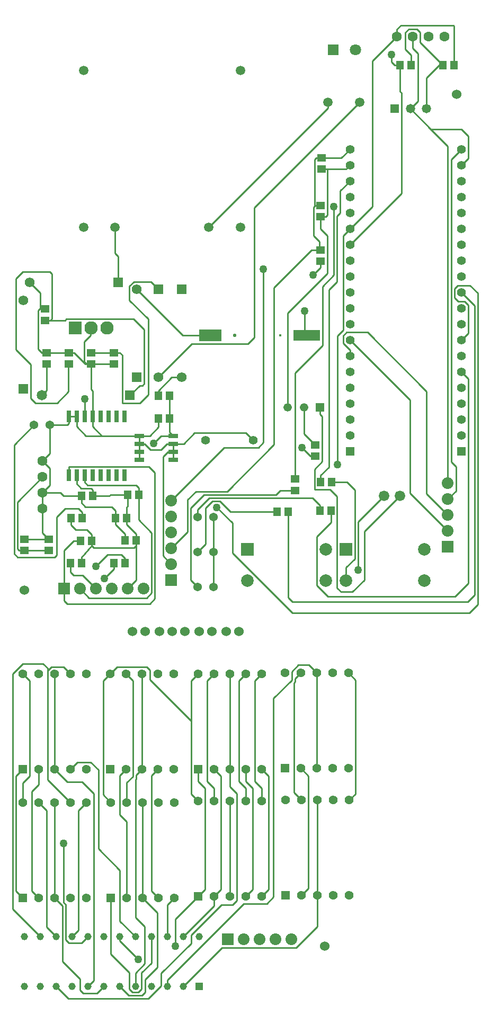
<source format=gbr>
%TF.GenerationSoftware,Altium Limited,Altium Designer,24.3.1 (35)*%
G04 Layer_Physical_Order=1*
G04 Layer_Color=255*
%FSLAX25Y25*%
%MOIN*%
%TF.SameCoordinates,1C50E6C9-DA4A-4B26-87AC-B265A0C711DB*%
%TF.FilePolarity,Positive*%
%TF.FileFunction,Copper,L1,Top,Signal*%
%TF.Part,Single*%
G01*
G75*
%TA.AperFunction,SMDPad,CuDef*%
%ADD10R,0.05709X0.04528*%
%ADD11R,0.04528X0.05709*%
%ADD12R,0.13858X0.07362*%
%ADD13R,0.17008X0.07165*%
%ADD14R,0.05906X0.02559*%
%ADD15R,0.02559X0.07579*%
%TA.AperFunction,Conductor*%
%ADD16C,0.01000*%
%TA.AperFunction,ComponentPad*%
%ADD17R,0.04567X0.04567*%
%ADD18C,0.04567*%
%ADD19R,0.05610X0.05610*%
%ADD20C,0.05610*%
%TA.AperFunction,WasherPad*%
%ADD21C,0.06000*%
%TA.AperFunction,ComponentPad*%
%ADD22C,0.07382*%
%ADD23R,0.07382X0.07382*%
%ADD24R,0.07382X0.07382*%
%ADD25R,0.05248X0.05248*%
%ADD26C,0.05248*%
%ADD27C,0.05543*%
%ADD28C,0.05800*%
%ADD29R,0.05800X0.05800*%
%ADD30C,0.06614*%
%ADD31C,0.06319*%
%ADD32R,0.05543X0.05543*%
%ADD33R,0.07874X0.07874*%
%ADD34C,0.07874*%
%ADD35C,0.05374*%
%ADD36C,0.02284*%
%ADD37C,0.01772*%
%ADD38C,0.06201*%
%ADD39R,0.06201X0.06201*%
%ADD40R,0.06496X0.06496*%
%ADD41C,0.06496*%
%ADD42C,0.08386*%
%ADD43R,0.08386X0.08386*%
%ADD44R,0.06201X0.06201*%
%ADD45C,0.05906*%
%ADD46C,0.07087*%
%ADD47R,0.07087X0.07087*%
%TA.AperFunction,ViaPad*%
%ADD48C,0.05000*%
D10*
X55000Y411543D02*
D03*
Y404457D02*
D03*
X199500Y476043D02*
D03*
Y468957D02*
D03*
X199970Y526957D02*
D03*
Y534043D02*
D03*
X199500Y496957D02*
D03*
Y504043D02*
D03*
X196000Y346500D02*
D03*
Y353587D02*
D03*
X183500Y332000D02*
D03*
Y324913D02*
D03*
X13000Y286957D02*
D03*
Y294043D02*
D03*
X28500Y286957D02*
D03*
Y294043D02*
D03*
X41007Y411543D02*
D03*
Y404457D02*
D03*
X26099Y439000D02*
D03*
Y431913D02*
D03*
X69500Y404457D02*
D03*
Y411543D02*
D03*
X27000D02*
D03*
Y404457D02*
D03*
D11*
X256543Y592500D02*
D03*
X249457D02*
D03*
X276457D02*
D03*
X283543D02*
D03*
X76500Y279000D02*
D03*
X69413D02*
D03*
X206087Y312000D02*
D03*
X199000D02*
D03*
X206543Y330000D02*
D03*
X199457D02*
D03*
X179043Y311500D02*
D03*
X171957D02*
D03*
X77543Y307500D02*
D03*
X70457D02*
D03*
X49543D02*
D03*
X42457D02*
D03*
X55500Y292993D02*
D03*
X48413D02*
D03*
X77957Y322000D02*
D03*
X85043D02*
D03*
X83543Y293500D02*
D03*
X76457D02*
D03*
X49043Y279000D02*
D03*
X41957D02*
D03*
X48957Y321500D02*
D03*
X56043D02*
D03*
X97457Y370000D02*
D03*
X104543D02*
D03*
X97457Y384310D02*
D03*
X104543D02*
D03*
D12*
X130166Y422500D02*
D03*
D13*
X190639D02*
D03*
D14*
X85370Y359275D02*
D03*
Y354275D02*
D03*
Y349275D02*
D03*
Y344275D02*
D03*
X106630D02*
D03*
Y349275D02*
D03*
Y354275D02*
D03*
Y359275D02*
D03*
D15*
X41076Y371551D02*
D03*
X46076D02*
D03*
X51076D02*
D03*
X56076D02*
D03*
X61076D02*
D03*
X66076D02*
D03*
X71076D02*
D03*
X76076D02*
D03*
Y334449D02*
D03*
X71076D02*
D03*
X66076D02*
D03*
X61076D02*
D03*
X56076D02*
D03*
X51076D02*
D03*
X46076D02*
D03*
X41076D02*
D03*
D16*
X244000Y594600D02*
X246100Y592500D01*
X244000Y594600D02*
Y599000D01*
X246100Y592500D02*
X249457D01*
X210000Y341000D02*
Y422072D01*
X213700Y425772D01*
X44400Y411543D02*
X51487Y404457D01*
X50600Y405857D02*
X52000Y404457D01*
X108000Y38000D02*
Y55000D01*
X198900Y476043D02*
Y481300D01*
X195600Y504043D02*
X196143D01*
X198900Y476043D02*
X199500D01*
X193643D02*
X198900D01*
X29413Y431913D02*
X38613D01*
X40900Y387100D02*
Y404457D01*
X83543Y268543D02*
Y290000D01*
X268800Y552200D02*
X279500Y541500D01*
X256000Y565000D02*
X268800Y552200D01*
X203900Y526957D02*
X215457D01*
X54800Y422600D02*
Y427000D01*
X51487Y404457D02*
X52000D01*
X61801Y359275D02*
X85370D01*
X51801D02*
X61801D01*
X23000Y439000D02*
Y449216D01*
X189300Y422500D02*
Y437700D01*
X27600Y211500D02*
Y213000D01*
Y142900D02*
Y211500D01*
X118100Y179800D02*
Y205100D01*
X274000Y592500D02*
X276457D01*
X266000Y584500D02*
X274000Y592500D01*
X266000Y565000D02*
Y584500D01*
X199970Y534043D02*
X212543D01*
X218000Y539500D01*
X105500Y288500D02*
X115813Y298813D01*
Y319064D01*
X120949Y324200D01*
X140600D01*
X170100Y353700D01*
Y452500D01*
X193643Y476043D01*
X279500Y319345D02*
X284700Y324545D01*
Y339800D01*
X281728Y342772D02*
X284700Y339800D01*
X281728Y342772D02*
Y533228D01*
X288000Y539500D01*
X63313Y269500D02*
X69413Y275600D01*
Y279000D01*
X104543Y361361D02*
Y370000D01*
Y361361D02*
X106630Y359275D01*
X49043Y282700D02*
X55500Y290000D01*
X49043Y279000D02*
Y282700D01*
X78000Y263000D02*
X83543Y268543D01*
X288000Y529500D02*
X292300Y533800D01*
Y547900D01*
X288000Y552200D02*
X292300Y547900D01*
X268800Y552200D02*
X288000D01*
X257500Y603100D02*
Y610500D01*
Y603100D02*
X260800Y599800D01*
Y569800D02*
Y599800D01*
X256000Y565000D02*
X260800Y569800D01*
X215457Y526957D02*
X218000Y529500D01*
X199500Y489400D02*
Y496957D01*
Y489400D02*
X203900Y485000D01*
Y461600D02*
Y485000D01*
X178764Y436464D02*
X203900Y461600D01*
X178764Y377000D02*
Y436464D01*
X106630Y354275D02*
X113300D01*
X120225Y361200D01*
X152261D01*
X156961Y356500D01*
X23000Y439000D02*
X26099D01*
X22700D02*
X23000D01*
X21700Y438000D02*
X22700Y439000D01*
X21700Y413843D02*
Y438000D01*
Y413843D02*
X24000Y411543D01*
X27000D01*
X16500Y455716D02*
X23000Y449216D01*
X279500Y329345D02*
Y541500D01*
X103375Y349275D02*
X106630D01*
X100300Y346200D02*
X103375Y349275D01*
X100300Y283700D02*
Y346200D01*
Y283700D02*
X105500Y278500D01*
X29000Y348000D02*
Y366000D01*
X24500Y343500D02*
X29000Y348000D01*
X24500Y323500D02*
X29200Y328200D01*
Y338800D01*
X24500Y343500D02*
X29200Y338800D01*
X24500Y298043D02*
Y313500D01*
Y298043D02*
X28500Y294043D01*
X27000Y387700D02*
Y404457D01*
X24000Y384700D02*
X27000Y387700D01*
X157900Y502900D02*
X224000Y569000D01*
X157900Y421000D02*
Y502900D01*
X153900Y417000D02*
X157900Y421000D01*
X118512Y417000D02*
X153900D01*
X97500Y395988D02*
X118512Y417000D01*
X97457Y384310D02*
Y387557D01*
X105900Y396000D01*
X112000D01*
X49543Y307500D02*
Y311000D01*
X47243Y313300D02*
X49543Y311000D01*
X38600Y313300D02*
X47243D01*
X33300Y308000D02*
X38600Y313300D01*
X33300Y284000D02*
Y308000D01*
X32200Y282900D02*
X33300Y284000D01*
X8700Y282900D02*
X32200D01*
X6600Y285000D02*
X8700Y282900D01*
X6600Y285000D02*
Y353600D01*
X19000Y366000D01*
X113000Y12740D02*
X137360Y37100D01*
X184000D01*
X197500Y50600D01*
Y70000D01*
X103000Y12740D02*
Y16800D01*
X151100Y64900D01*
X165700D01*
X169800Y69000D01*
Y194095D01*
X181305Y205600D01*
Y210916D01*
X185390Y215000D01*
X192000D01*
X197000Y210000D01*
X83000Y12740D02*
Y21200D01*
X88800Y27000D01*
Y50300D01*
X83100Y56000D02*
X88800Y50300D01*
X83100Y56000D02*
Y142990D01*
X83305Y143195D01*
Y145805D01*
X87000Y149500D01*
X87500Y68500D02*
X96800Y59200D01*
Y24837D02*
Y59200D01*
X89150Y17187D02*
X96800Y24837D01*
X89150Y9000D02*
Y17187D01*
X87107Y6957D02*
X89150Y9000D01*
X78784Y6957D02*
X87107D01*
X73000Y12740D02*
X78784Y6957D01*
X58860Y8600D02*
X63000Y12740D01*
X50000Y8600D02*
X58860D01*
X48000Y10600D02*
X50000Y8600D01*
X48000Y10600D02*
Y17600D01*
X37216Y28384D02*
X48000Y17600D01*
X37216Y28384D02*
Y63284D01*
X32000Y68500D02*
X37216Y63284D01*
X33000Y12740D02*
X40784Y4957D01*
X91157D01*
X99200Y13000D01*
Y21100D01*
X118000Y39900D01*
Y45000D01*
X137000Y64000D01*
X144000D01*
X146900Y66900D01*
Y134000D01*
X142500Y138400D02*
X146900Y134000D01*
X142500Y138400D02*
Y149500D01*
X152500Y129500D02*
Y137300D01*
X148100Y141700D02*
X152500Y137300D01*
X148100Y141700D02*
Y205100D01*
X152500Y209500D01*
X27000Y50000D02*
X33000Y44000D01*
X27000Y50000D02*
Y123500D01*
X22000Y128500D02*
X27000Y123500D01*
X132500Y129500D02*
Y137300D01*
X128100Y141700D02*
X132500Y137300D01*
X128100Y141700D02*
Y205100D01*
X132500Y209500D01*
X43000Y44000D02*
X47000Y48000D01*
Y123500D01*
X52000Y128500D01*
X162500Y129500D02*
Y137300D01*
X158100Y141700D02*
X162500Y137300D01*
X158100Y141700D02*
Y205100D01*
X162500Y209500D01*
X62600Y133400D02*
X67500Y128500D01*
X62600Y133400D02*
Y205100D01*
X67000Y209500D01*
X49200Y40200D02*
X53000Y44000D01*
X41000Y40200D02*
X49200D01*
X39216Y41984D02*
X41000Y40200D01*
X39216Y41984D02*
Y64195D01*
X37600Y65811D02*
X39216Y64195D01*
X37600Y65811D02*
Y102900D01*
X118100Y133900D02*
X122500Y129500D01*
X118100Y205100D02*
X122500Y209500D01*
X42000Y149500D02*
X46400Y153900D01*
X54800D01*
X59700Y149000D01*
Y99300D02*
Y149000D01*
Y99300D02*
X73100Y85900D01*
Y53900D02*
Y85900D01*
Y53900D02*
X83000Y44000D01*
X152500Y141700D02*
Y149500D01*
Y141700D02*
X156900Y137300D01*
Y73900D02*
Y137300D01*
X152500Y69500D02*
X156900Y73900D01*
X103000Y44000D02*
Y64000D01*
X107500Y68500D01*
X162500Y149500D02*
X166900Y145100D01*
Y73900D02*
Y145100D01*
X162500Y69500D02*
X166900Y73900D01*
X132500Y149500D02*
X136900Y145100D01*
Y73900D02*
Y145100D01*
X132500Y69500D02*
X136900Y73900D01*
X113000Y44000D02*
X132500Y63500D01*
Y69500D01*
X199500Y465000D02*
Y468957D01*
X194850Y460350D02*
X199500Y465000D01*
X85043Y306400D02*
Y322000D01*
Y306400D02*
X93200Y298243D01*
Y260300D02*
Y298243D01*
X90000Y257100D02*
X93200Y260300D01*
X53900Y257100D02*
X90000D01*
X48000Y263000D02*
X53900Y257100D01*
X213700Y425772D02*
Y485200D01*
X218000Y489500D01*
X232000Y503500D01*
Y595000D01*
X247500Y610500D01*
X249457Y575900D02*
Y592500D01*
Y575900D02*
X250400Y574957D01*
Y511900D02*
Y574957D01*
X218000Y479500D02*
X250400Y511900D01*
X134200Y314200D02*
X144000Y304400D01*
Y285600D02*
Y304400D01*
Y285600D02*
X181700Y247900D01*
X293200D01*
X298300Y253000D01*
Y449000D01*
X293500Y453800D02*
X298300Y449000D01*
X285900Y453800D02*
X293500D01*
X283728Y451628D02*
X285900Y453800D01*
X283728Y446072D02*
Y451628D01*
Y446072D02*
X286000Y443800D01*
X290000D01*
X292300Y441500D01*
Y423800D02*
Y441500D01*
X288000Y419500D02*
X292300Y423800D01*
X163500Y355000D02*
Y464200D01*
X160300Y351800D02*
X163500Y355000D01*
X138800Y351800D02*
X160300D01*
X105500Y318500D02*
X138800Y351800D01*
X255800Y323045D02*
X279500Y299345D01*
X255800Y323045D02*
Y381700D01*
X218000Y419500D02*
X255800Y381700D01*
X266200Y322645D02*
X279500Y309345D01*
X266200Y322645D02*
Y387200D01*
X229100Y424300D02*
X266200Y387200D01*
X215900Y424300D02*
X229100D01*
X213728Y422128D02*
X215900Y424300D01*
X213728Y417472D02*
Y422128D01*
Y417472D02*
X218000Y413200D01*
Y409500D02*
Y413200D01*
X76500Y279000D02*
Y282000D01*
X74000Y284500D02*
X76500Y282000D01*
X65500Y284500D02*
X74000D01*
X58000Y277000D02*
X65500Y284500D01*
X223100Y274800D02*
Y305100D01*
X239500Y321500D01*
X183500Y332000D02*
Y398800D01*
X200800Y416100D01*
Y453200D01*
X207900Y460300D01*
Y503500D01*
X189000Y360587D02*
Y377000D01*
Y360587D02*
X196000Y353587D01*
X199457Y330000D02*
Y334357D01*
X204700Y339600D01*
Y451000D01*
X209900Y456200D01*
Y497584D01*
X211900Y499584D01*
Y513400D01*
X218000Y519500D01*
X288000Y449500D02*
X296300Y441200D01*
Y259200D02*
Y441200D01*
X292000Y254900D02*
X296300Y259200D01*
X181700Y254900D02*
X292000D01*
X179043Y257557D02*
X181700Y254900D01*
X179043Y257557D02*
Y311500D01*
X142900D02*
X171957D01*
X136200Y318200D02*
X142900Y311500D01*
X131273Y318200D02*
X136200D01*
X127000Y313927D02*
X131273Y318200D01*
X127000Y291133D02*
Y313927D01*
X122000Y286133D02*
X127000Y291133D01*
X122000Y308000D02*
Y312927D01*
X129273Y320200D01*
X194300D01*
X199000Y315500D01*
Y312000D02*
Y315500D01*
X206543Y330000D02*
X216000D01*
X221000Y325000D01*
Y281900D02*
Y325000D01*
X215500Y276400D02*
X221000Y281900D01*
X215500Y268041D02*
Y276400D01*
X117813Y268453D02*
X122000Y264266D01*
X117813Y268453D02*
Y313940D01*
X126073Y322200D01*
X171387D01*
X174100Y324913D01*
X183500D01*
X94400Y354500D02*
X99175Y359275D01*
X106630D01*
X247500Y610500D02*
Y615100D01*
X250000Y617600D01*
X282943D01*
X283543Y617000D01*
Y592500D02*
Y617000D01*
X73000Y41500D02*
Y44000D01*
Y41500D02*
X84800Y29700D01*
X93000Y27558D02*
Y44000D01*
X86784Y21341D02*
X93000Y27558D01*
X86784Y11000D02*
Y21341D01*
X84740Y8957D02*
X86784Y11000D01*
X81243Y8957D02*
X84740D01*
X79200Y11000D02*
X81243Y8957D01*
X79200Y11000D02*
Y21400D01*
X67500Y33100D02*
X79200Y21400D01*
X67500Y33100D02*
Y68500D01*
X53000Y12740D02*
X56800Y16540D01*
Y134200D01*
X49547Y141453D02*
X56800Y134200D01*
X40047Y141453D02*
X49547D01*
X32000Y149500D02*
X40047Y141453D01*
X5600Y61400D02*
X23000Y44000D01*
X5600Y61400D02*
Y209400D01*
X12000Y215800D01*
X24800D01*
X27600Y213000D01*
X183305Y206305D02*
X187000Y210000D01*
X183305Y204400D02*
Y206305D01*
X182600Y203695D02*
X183305Y204400D01*
X182600Y134900D02*
Y203695D01*
Y134900D02*
X187500Y130000D01*
X129240Y490575D02*
X204000Y565335D01*
Y569000D01*
X79512Y384700D02*
X85712Y390900D01*
X87400D01*
X88500Y392000D01*
Y426054D01*
X81854Y432700D02*
X88500Y426054D01*
X39400Y432700D02*
X81854D01*
X38613Y431913D02*
X39400Y432700D01*
X92800Y456200D02*
X97500Y451500D01*
X82000Y456200D02*
X92800D01*
X79200Y453400D02*
X82000Y456200D01*
X79200Y444500D02*
Y453400D01*
Y444500D02*
X91000Y432700D01*
Y385000D02*
Y432700D01*
X85900Y379900D02*
X91000Y385000D01*
X74700Y379900D02*
X85900D01*
X74700D02*
Y410000D01*
X73157Y411543D02*
X74700Y410000D01*
X69500Y411543D02*
X73157D01*
X51076Y371551D02*
Y382400D01*
X26099Y431913D02*
X29413D01*
X30500Y433000D01*
Y461000D01*
X29200Y462300D02*
X30500Y461000D01*
X12000Y462300D02*
X29200D01*
X7800Y458100D02*
X12000Y462300D01*
X7800Y413400D02*
Y458100D01*
Y413400D02*
X17200Y404000D01*
Y382700D02*
Y404000D01*
Y382700D02*
X20000Y379900D01*
X33700D01*
X40900Y387100D01*
Y404457D02*
X41007D01*
X199236Y372664D02*
Y377000D01*
Y372664D02*
X200400Y371500D01*
Y343000D02*
Y371500D01*
X195600Y338200D02*
X200400Y343000D01*
X195600Y325600D02*
Y338200D01*
Y325600D02*
X205300D01*
X209900Y321000D01*
Y263600D02*
Y321000D01*
Y263600D02*
X212500Y261000D01*
X219500D01*
X227100Y268600D01*
Y299100D01*
X249500Y321500D01*
X206087Y304887D02*
Y312000D01*
X197100Y295900D02*
X206087Y304887D01*
X197100Y265000D02*
Y295900D01*
Y265000D02*
X204000Y258100D01*
X284000D01*
X292300Y266400D01*
Y395200D01*
X288000Y399500D02*
X292300Y395200D01*
X189300Y422500D02*
X190639D01*
X193000Y346500D02*
X196000D01*
X187800Y351700D02*
X193000Y346500D01*
X85043Y322000D02*
Y326500D01*
X83343Y328200D02*
X85043Y326500D01*
X52876Y328200D02*
X83343D01*
X51076Y330000D02*
X52876Y328200D01*
X51076Y330000D02*
Y334449D01*
X38000Y255600D02*
Y263000D01*
Y255600D02*
X40000Y253600D01*
X92000D01*
X95200Y256800D01*
Y336100D01*
X91500Y339800D02*
X95200Y336100D01*
X41076Y339800D02*
X91500D01*
X41076Y334449D02*
Y339800D01*
X108000Y55000D02*
X122500Y69500D01*
X102775Y354275D02*
X106630D01*
X99000Y350499D02*
X102775Y354275D01*
X92403Y350499D02*
X99000D01*
X88628Y354275D02*
X92403Y350499D01*
X85370Y354275D02*
X88628D01*
X56043Y321500D02*
Y325157D01*
X55000Y326200D02*
X56043Y325157D01*
X48876Y326200D02*
X55000D01*
X46076Y329000D02*
X48876Y326200D01*
X46076Y329000D02*
Y334449D01*
X55500Y290000D02*
Y292993D01*
Y290000D02*
X56800Y288700D01*
X82243D01*
X83543Y290000D01*
Y293500D01*
X17600Y72900D02*
X22000Y68500D01*
X17600Y72900D02*
Y135300D01*
X22000Y139700D01*
Y149500D01*
X73100Y145600D02*
X77000Y149500D01*
X73100Y120700D02*
Y145600D01*
Y120700D02*
X77500Y116300D01*
Y68500D02*
Y116300D01*
X187000Y150000D02*
X191900Y145100D01*
Y74400D02*
Y145100D01*
X187500Y70000D02*
X191900Y74400D01*
X7600Y145100D02*
X12000Y149500D01*
X7600Y72900D02*
Y145100D01*
Y72900D02*
X12000Y68500D01*
X93100Y145600D02*
X97000Y149500D01*
X93100Y72900D02*
Y145600D01*
Y72900D02*
X97500Y68500D01*
X122500Y141700D02*
Y149500D01*
Y141700D02*
X126900Y137300D01*
Y73900D02*
Y137300D01*
X122500Y69500D02*
X126900Y73900D01*
X118100Y133900D02*
Y179800D01*
X92000Y205900D02*
X118100Y179800D01*
X92000Y205900D02*
Y211900D01*
X90000Y213900D02*
X92000Y211900D01*
X71400Y213900D02*
X90000D01*
X67000Y209500D02*
X71400Y213900D01*
X12000Y128500D02*
Y140800D01*
X16400Y145200D01*
Y205100D01*
X12000Y209500D02*
X16400Y205100D01*
X217500Y130000D02*
X221400Y133900D01*
Y205600D01*
X217000Y210000D02*
X221400Y205600D01*
X77500Y128500D02*
Y140995D01*
X81305Y144800D01*
Y205195D01*
X77000Y209500D02*
X81305Y205195D01*
X37600Y213900D02*
X42000Y209500D01*
X30000Y213900D02*
X37600D01*
X27600Y211500D02*
X30000Y213900D01*
X27600Y142900D02*
X42000Y128500D01*
X46076Y365000D02*
X51801Y359275D01*
X46076Y365000D02*
Y371551D01*
X199500Y496957D02*
X202857D01*
X203900Y498000D01*
Y526957D01*
X199970D02*
X203900D01*
X9643Y286957D02*
X13000D01*
X8600Y288000D02*
X9643Y286957D01*
X8600Y288000D02*
Y317600D01*
X24500Y333500D01*
X49600Y271400D02*
X58000Y263000D01*
X44000Y271400D02*
X49600D01*
X41957Y273443D02*
X44000Y271400D01*
X41957Y273443D02*
Y279000D01*
X42457Y303000D02*
Y307500D01*
Y303000D02*
X45257Y300200D01*
X52300D01*
X55500Y297000D01*
Y292993D02*
Y297000D01*
X97457Y364731D02*
Y370000D01*
X92000Y359275D02*
X97457Y364731D01*
X85370Y359275D02*
X92000D01*
X70457Y307500D02*
Y312043D01*
X68000Y314500D02*
X70457Y312043D01*
X51457Y314500D02*
X68000D01*
X48957Y317000D02*
X51457Y314500D01*
X48957Y317000D02*
Y321500D01*
X112810Y422500D02*
X130166D01*
X83810Y451500D02*
X112810Y422500D01*
X29000Y366000D02*
X40076D01*
X41076Y367000D01*
Y371551D01*
X56076Y365000D02*
X61801Y359275D01*
X56076Y365000D02*
Y371551D01*
X44000Y292993D02*
X48413D01*
X38000Y286993D02*
X44000Y292993D01*
X38000Y263000D02*
Y286993D01*
X196643Y534043D02*
X199970D01*
X195600Y533000D02*
X196643Y534043D01*
X195600Y504043D02*
Y533000D01*
X54800Y427000D02*
X55152D01*
X50600Y418400D02*
X54800Y422600D01*
X50600Y405857D02*
Y418400D01*
X52000Y404457D02*
X55000D01*
X195100Y485100D02*
X198900Y481300D01*
X195100Y485100D02*
Y503000D01*
X196143Y504043D01*
X199500D01*
X262200Y606757D02*
X276457Y592500D01*
X262200Y606757D02*
Y613000D01*
X260000Y615200D02*
X262200Y613000D01*
X255000Y615200D02*
X260000D01*
X252800Y613000D02*
X255000Y615200D01*
X252800Y602543D02*
Y613000D01*
Y602543D02*
X256543Y598800D01*
Y592500D02*
Y598800D01*
X104543Y370000D02*
Y384310D01*
X13000Y286957D02*
X28500D01*
X77543Y303500D02*
Y307500D01*
Y303500D02*
X83543Y297500D01*
Y293500D02*
Y297500D01*
X67200Y322000D02*
X77957D01*
X66700Y321500D02*
X67200Y322000D01*
X56043Y321500D02*
X66700D01*
X77957Y314913D02*
Y322000D01*
X77543Y314500D02*
X77957Y314913D01*
X77543Y307500D02*
Y314500D01*
X106630Y349275D02*
Y354275D01*
Y344275D02*
Y349275D01*
X85370Y344275D02*
Y349275D01*
Y354275D01*
Y359275D01*
X55000Y404457D02*
X69500D01*
X41007Y411543D02*
X44400D01*
X27000D02*
X41007D01*
X70457Y303500D02*
Y307500D01*
Y303500D02*
X76457Y297500D01*
Y293500D02*
Y297500D01*
X132000Y286133D02*
Y308000D01*
Y264266D02*
Y286133D01*
X55000Y388476D02*
Y404457D01*
Y388476D02*
X56076Y387400D01*
Y371551D02*
Y387400D01*
X41076Y371551D02*
X46076D01*
X13000Y294043D02*
X28500D01*
X37700Y321500D02*
X48957D01*
X35700Y323500D02*
X37700Y321500D01*
X24500Y323500D02*
X35700D01*
X24500Y313500D02*
Y323500D01*
X55000Y411543D02*
X69500D01*
X70185Y474027D02*
Y490575D01*
Y474027D02*
X72012Y472200D01*
Y455716D02*
Y472200D01*
X197500Y70000D02*
Y130000D01*
X197000Y150000D02*
Y210000D01*
X87000Y149500D02*
Y209500D01*
X87500Y68500D02*
Y128500D01*
X32000Y68500D02*
Y128500D01*
Y149500D02*
Y209500D01*
X142500Y149500D02*
Y209500D01*
Y69500D02*
Y129500D01*
D17*
X123000Y12740D02*
D03*
D18*
X113000D02*
D03*
X103000D02*
D03*
X93000D02*
D03*
X83000D02*
D03*
X73000D02*
D03*
X63000D02*
D03*
X53000D02*
D03*
X43000D02*
D03*
X33000D02*
D03*
X23000D02*
D03*
X13000D02*
D03*
Y44000D02*
D03*
X23000D02*
D03*
X33000D02*
D03*
X43000D02*
D03*
X53000D02*
D03*
X63000D02*
D03*
X73000D02*
D03*
X83000D02*
D03*
X93000D02*
D03*
X103000D02*
D03*
X113000D02*
D03*
X123000D02*
D03*
D19*
X12000Y68500D02*
D03*
X67500D02*
D03*
X177500Y70000D02*
D03*
X122500Y69500D02*
D03*
X177000Y150000D02*
D03*
X12000Y149500D02*
D03*
X122500D02*
D03*
X67000D02*
D03*
D20*
X22000Y68500D02*
D03*
X32000D02*
D03*
X42000D02*
D03*
X52000D02*
D03*
Y128500D02*
D03*
X42000D02*
D03*
X32000D02*
D03*
X22000D02*
D03*
X12000D02*
D03*
X77500Y68500D02*
D03*
X87500D02*
D03*
X97500D02*
D03*
X107500D02*
D03*
Y128500D02*
D03*
X97500D02*
D03*
X87500D02*
D03*
X77500D02*
D03*
X67500D02*
D03*
X187500Y70000D02*
D03*
X197500D02*
D03*
X207500D02*
D03*
X217500D02*
D03*
Y130000D02*
D03*
X207500D02*
D03*
X197500D02*
D03*
X187500D02*
D03*
X177500D02*
D03*
X132500Y69500D02*
D03*
X142500D02*
D03*
X152500D02*
D03*
X162500D02*
D03*
Y129500D02*
D03*
X152500D02*
D03*
X142500D02*
D03*
X132500D02*
D03*
X122500D02*
D03*
X187000Y150000D02*
D03*
X197000D02*
D03*
X207000D02*
D03*
X217000D02*
D03*
Y210000D02*
D03*
X207000D02*
D03*
X197000D02*
D03*
X187000D02*
D03*
X177000D02*
D03*
X22000Y149500D02*
D03*
X32000D02*
D03*
X42000D02*
D03*
X52000D02*
D03*
Y209500D02*
D03*
X42000D02*
D03*
X32000D02*
D03*
X22000D02*
D03*
X12000D02*
D03*
X132500Y149500D02*
D03*
X142500D02*
D03*
X152500D02*
D03*
X162500D02*
D03*
Y209500D02*
D03*
X152500D02*
D03*
X142500D02*
D03*
X132500D02*
D03*
X122500D02*
D03*
X77000Y149500D02*
D03*
X87000D02*
D03*
X97000D02*
D03*
X107000D02*
D03*
Y209500D02*
D03*
X97000D02*
D03*
X87000D02*
D03*
X77000D02*
D03*
X67000D02*
D03*
D21*
X140000Y236000D02*
D03*
X123000D02*
D03*
X89000D02*
D03*
X106000D02*
D03*
X81000D02*
D03*
X114000D02*
D03*
X98000D02*
D03*
X131000D02*
D03*
X148000D02*
D03*
X202000Y38000D02*
D03*
X13000Y262000D02*
D03*
X285000Y574000D02*
D03*
D22*
X181000Y42500D02*
D03*
X171000D02*
D03*
X161000D02*
D03*
X151000D02*
D03*
X279500Y329345D02*
D03*
Y319345D02*
D03*
Y309345D02*
D03*
Y299345D02*
D03*
X105500Y278500D02*
D03*
Y288500D02*
D03*
Y298500D02*
D03*
Y308500D02*
D03*
Y318500D02*
D03*
X48000Y263000D02*
D03*
X58000D02*
D03*
X68000D02*
D03*
X78000D02*
D03*
X88000D02*
D03*
D23*
X141000Y42500D02*
D03*
X38000Y263000D02*
D03*
D24*
X279500Y289345D02*
D03*
X105500Y268500D02*
D03*
D25*
X199236Y377000D02*
D03*
D26*
X189000D02*
D03*
X178764D02*
D03*
D27*
X126961Y356500D02*
D03*
X156961D02*
D03*
X218000Y439500D02*
D03*
Y449500D02*
D03*
Y429500D02*
D03*
Y419500D02*
D03*
Y409500D02*
D03*
Y399500D02*
D03*
Y389500D02*
D03*
Y379500D02*
D03*
Y369500D02*
D03*
Y359500D02*
D03*
Y459500D02*
D03*
Y469500D02*
D03*
Y479500D02*
D03*
Y489500D02*
D03*
Y499500D02*
D03*
Y509500D02*
D03*
Y519500D02*
D03*
Y529500D02*
D03*
Y539500D02*
D03*
X288000Y439500D02*
D03*
Y449500D02*
D03*
Y429500D02*
D03*
Y419500D02*
D03*
Y409500D02*
D03*
Y399500D02*
D03*
Y389500D02*
D03*
Y379500D02*
D03*
Y369500D02*
D03*
Y359500D02*
D03*
Y459500D02*
D03*
Y469500D02*
D03*
Y479500D02*
D03*
Y489500D02*
D03*
Y499500D02*
D03*
Y509500D02*
D03*
Y519500D02*
D03*
Y529500D02*
D03*
Y539500D02*
D03*
D28*
X266000Y565000D02*
D03*
X256000D02*
D03*
D29*
X246000D02*
D03*
D30*
X249500Y321500D02*
D03*
X239500D02*
D03*
D31*
X277500Y610500D02*
D03*
X267500D02*
D03*
X257500D02*
D03*
X247500D02*
D03*
X24500Y343500D02*
D03*
Y333500D02*
D03*
Y323500D02*
D03*
Y313500D02*
D03*
D32*
X218000Y349500D02*
D03*
X288000D02*
D03*
D33*
X215500Y287726D02*
D03*
X153394Y287840D02*
D03*
D34*
X264713Y287726D02*
D03*
X215500Y268041D02*
D03*
X264713D02*
D03*
X202606Y287840D02*
D03*
X153394Y268155D02*
D03*
X202606D02*
D03*
D35*
X122000Y264266D02*
D03*
X132000D02*
D03*
X122000Y308000D02*
D03*
X132000D02*
D03*
X122000Y286133D02*
D03*
X132000D02*
D03*
X19000Y366000D02*
D03*
X29000D02*
D03*
D36*
X145442Y422500D02*
D03*
D37*
X173985D02*
D03*
D38*
X112000Y396000D02*
D03*
X83810Y451500D02*
D03*
X97500Y395988D02*
D03*
X12500Y444431D02*
D03*
X16500Y455716D02*
D03*
D39*
X112000Y451512D02*
D03*
X83810Y395988D02*
D03*
X97500Y451500D02*
D03*
X12500Y388919D02*
D03*
D40*
X79512Y384700D02*
D03*
D41*
X24000D02*
D03*
D42*
X65191Y427000D02*
D03*
X55152D02*
D03*
D43*
X45112D02*
D03*
D44*
X72012Y455716D02*
D03*
D45*
X224000Y569000D02*
D03*
X204000D02*
D03*
X50500Y589000D02*
D03*
X148925D02*
D03*
Y490575D02*
D03*
X129240D02*
D03*
X70185D02*
D03*
X50500D02*
D03*
D46*
X221280Y602000D02*
D03*
D47*
X207500D02*
D03*
D48*
X244000Y599000D02*
D03*
X210000Y341000D02*
D03*
X108000Y38000D02*
D03*
X63313Y269500D02*
D03*
X37600Y102900D02*
D03*
X194850Y460350D02*
D03*
X134200Y314200D02*
D03*
X163500Y464200D02*
D03*
X58000Y277000D02*
D03*
X223100Y274800D02*
D03*
X207900Y503500D02*
D03*
X94400Y354500D02*
D03*
X84800Y29700D02*
D03*
X51076Y382400D02*
D03*
X189300Y437700D02*
D03*
X187800Y351700D02*
D03*
%TF.MD5,56f518aee0f53e39341394f29f4accfd*%
M02*

</source>
